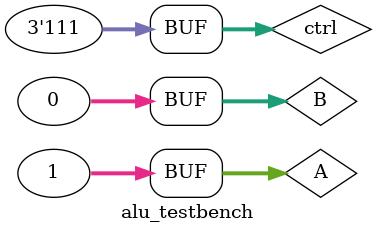
<source format=sv>
`timescale 1ns/10ps

module alu (A, B, ctrl, result, negative, zero, overflow, cout);
    input  logic [31:0] A, B;
    input  logic [ 2:0] ctrl;
    output logic [31:0] result;
    output logic        negative, zero, overflow, cout;
    
    logic [32:0] result_w_cout;

    always_comb begin
        case (ctrl)
            3'd0:    result_w_cout = {1'b0, A};
            3'd1:    result_w_cout = {1'b0, B};
            3'd2:    result_w_cout = A + B;
            3'd3:    result_w_cout = A - B;
            3'd4:    result_w_cout = ~A;
            3'd5:    result_w_cout = A & B;
            3'd6:    result_w_cout = A | B;
            3'd7:    result_w_cout = A ^ B;
            default: result_w_cout = 'x;
        endcase
    end

    logic overflow_add, overflow_sub;
    assign overflow_add = (A[31] == B[31]) && (A[31] != result[31]); 
    assign overflow_sub = (A[31] != B[31]) && (A[31] != result[31]);

    assign result = result_w_cout[31:0];
    assign negative = result[31];
    assign zero     = (result == 0);
    always_comb begin
        case (ctrl)
            3'd2: overflow = overflow_add;
            3'd3: overflow = overflow_sub;
            default: overflow = 1'bx;
        endcase
    end
    assign cout = result_w_cout[32];

endmodule

module alu_testbench();
    logic [31:0] A, B;
    logic [ 2:0] ctrl;
    logic [31:0] result;
    logic        negative, zero, overflow, cout;
    
    alu dut (.*);
    
    initial begin
        A = 32'd1; B = 32'd0; ctrl = 3'b000; #50;
        A = 32'd1; B = 32'd0; ctrl = 3'b001; #50;
        A = 32'd1; B = 32'd0; ctrl = 3'b010; #50;
        A = 32'd1; B = 32'd0; ctrl = 3'b011; #50;
        A = 32'd1; B = 32'd0; ctrl = 3'b100; #50;
        A = 32'd1; B = 32'd0; ctrl = 3'b101; #50;
        A = 32'd1; B = 32'd0; ctrl = 3'b110; #50;
        A = 32'd1; B = 32'd0; ctrl = 3'b111; #50;
    end
endmodule

</source>
